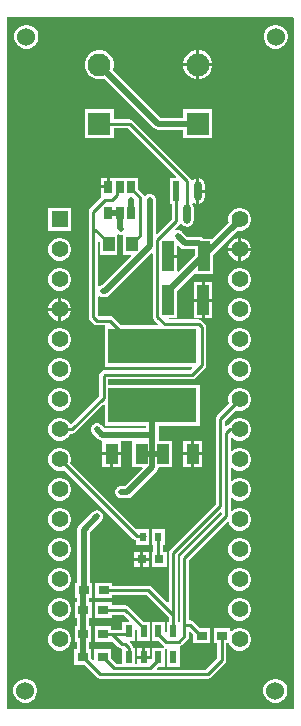
<source format=gbl>
G04*
G04 #@! TF.GenerationSoftware,Altium Limited,Altium Designer,23.1.1 (15)*
G04*
G04 Layer_Physical_Order=2*
G04 Layer_Color=16711680*
%FSLAX25Y25*%
%MOIN*%
G70*
G04*
G04 #@! TF.SameCoordinates,0BDBEAC4-C0BD-4DD4-8220-68B77C2E4246*
G04*
G04*
G04 #@! TF.FilePolarity,Positive*
G04*
G01*
G75*
%ADD12C,0.01000*%
%ADD13R,0.05567X0.05567*%
%ADD14C,0.05567*%
%ADD19C,0.02000*%
%ADD20R,0.07677X0.07677*%
%ADD21C,0.07677*%
%ADD22C,0.06000*%
%ADD23C,0.02000*%
%ADD24R,0.03937X0.09843*%
%ADD25R,0.29528X0.11811*%
%ADD26R,0.04352X0.06528*%
%ADD27R,0.03150X0.03150*%
%ADD28R,0.02362X0.04331*%
%ADD29R,0.03543X0.03150*%
%ADD30R,0.03937X0.04921*%
G04:AMPARAMS|DCode=31|XSize=65.3mil|YSize=24.68mil|CornerRadius=12.34mil|HoleSize=0mil|Usage=FLASHONLY|Rotation=270.000|XOffset=0mil|YOffset=0mil|HoleType=Round|Shape=RoundedRectangle|*
%AMROUNDEDRECTD31*
21,1,0.06530,0.00000,0,0,270.0*
21,1,0.04063,0.02468,0,0,270.0*
1,1,0.02468,0.00000,-0.02031*
1,1,0.02468,0.00000,0.02031*
1,1,0.02468,0.00000,0.02031*
1,1,0.02468,0.00000,-0.02031*
%
%ADD31ROUNDEDRECTD31*%
%ADD32R,0.02468X0.06530*%
%ADD33R,0.02756X0.03937*%
%ADD34R,0.02362X0.03150*%
G36*
X223800Y233300D02*
Y3000D01*
X128400D01*
X128100Y3124D01*
X128100Y233600D01*
X223500D01*
X223800Y233300D01*
D02*
G37*
%LPC*%
G36*
X218127Y231000D02*
X217073D01*
X216056Y230727D01*
X215144Y230201D01*
X214399Y229456D01*
X213873Y228544D01*
X213600Y227527D01*
Y226473D01*
X213873Y225456D01*
X214399Y224544D01*
X215144Y223799D01*
X216056Y223273D01*
X217073Y223000D01*
X218127D01*
X219144Y223273D01*
X220056Y223799D01*
X220801Y224544D01*
X221327Y225456D01*
X221600Y226473D01*
Y227527D01*
X221327Y228544D01*
X220801Y229456D01*
X220056Y230201D01*
X219144Y230727D01*
X218127Y231000D01*
D02*
G37*
G36*
X135027D02*
X133973D01*
X132956Y230727D01*
X132044Y230201D01*
X131299Y229456D01*
X130773Y228544D01*
X130500Y227527D01*
Y226473D01*
X130773Y225456D01*
X131299Y224544D01*
X132044Y223799D01*
X132956Y223273D01*
X133973Y223000D01*
X135027D01*
X136044Y223273D01*
X136956Y223799D01*
X137701Y224544D01*
X138227Y225456D01*
X138500Y226473D01*
Y227527D01*
X138227Y228544D01*
X137701Y229456D01*
X136956Y230201D01*
X136044Y230727D01*
X135027Y231000D01*
D02*
G37*
G36*
X192309Y222481D02*
X192172D01*
Y218143D01*
X196510D01*
Y218280D01*
X196181Y219510D01*
X195544Y220614D01*
X194643Y221514D01*
X193539Y222151D01*
X192309Y222481D01*
D02*
G37*
G36*
X191172D02*
X191035D01*
X189804Y222151D01*
X188701Y221514D01*
X187800Y220614D01*
X187163Y219510D01*
X186833Y218280D01*
Y218143D01*
X191172D01*
Y222481D01*
D02*
G37*
G36*
X196510Y217143D02*
X192172D01*
Y212804D01*
X192309D01*
X193539Y213134D01*
X194643Y213771D01*
X195544Y214671D01*
X196181Y215775D01*
X196510Y217005D01*
Y217143D01*
D02*
G37*
G36*
X191172D02*
X186833D01*
Y217005D01*
X187163Y215775D01*
X187800Y214671D01*
X188701Y213771D01*
X189804Y213134D01*
X191035Y212804D01*
X191172D01*
Y217143D01*
D02*
G37*
G36*
X159415Y222481D02*
X158141D01*
X156911Y222151D01*
X155807Y221514D01*
X154907Y220614D01*
X154270Y219510D01*
X153940Y218280D01*
Y217005D01*
X154270Y215775D01*
X154907Y214671D01*
X155807Y213771D01*
X156911Y213134D01*
X158141Y212804D01*
X159415D01*
X160455Y213082D01*
X177022Y196516D01*
X177683Y196073D01*
X178463Y195918D01*
X186833D01*
Y193119D01*
X196510D01*
Y202796D01*
X186833D01*
Y199997D01*
X179308D01*
X163338Y215966D01*
X163617Y217005D01*
Y218280D01*
X163287Y219510D01*
X162650Y220614D01*
X161749Y221514D01*
X160646Y222151D01*
X159415Y222481D01*
D02*
G37*
G36*
X161360Y179897D02*
X159482D01*
Y177429D01*
X161360D01*
Y179897D01*
D02*
G37*
G36*
X192202Y179771D02*
Y176061D01*
X193980D01*
Y177593D01*
X193807Y178464D01*
X193313Y179203D01*
X192574Y179697D01*
X192202Y179771D01*
D02*
G37*
G36*
X193980Y175062D02*
X192202D01*
Y171352D01*
X192574Y171426D01*
X193313Y171920D01*
X193807Y172659D01*
X193980Y173530D01*
Y175062D01*
D02*
G37*
G36*
X149435Y169949D02*
X141868D01*
Y162382D01*
X149435D01*
Y169949D01*
D02*
G37*
G36*
X163617Y202796D02*
X153940D01*
Y193119D01*
X163617D01*
Y196428D01*
X168246D01*
X184386Y180289D01*
X184195Y179827D01*
X182264D01*
Y171296D01*
X182968D01*
Y166119D01*
X178152Y161303D01*
X177690Y161495D01*
Y172600D01*
X177651Y172797D01*
Y172998D01*
X177574Y173183D01*
X177535Y173380D01*
X177424Y173547D01*
X177347Y173733D01*
X177205Y173875D01*
X177093Y174042D01*
X176926Y174153D01*
X176784Y174295D01*
X176599Y174372D01*
X176432Y174484D01*
X176235Y174523D01*
X176049Y174600D01*
X175848D01*
X175651Y174639D01*
X175454Y174600D01*
X175253D01*
X175068Y174523D01*
X174871Y174484D01*
X174704Y174372D01*
X174518Y174295D01*
X174376Y174153D01*
X174209Y174042D01*
X174164Y173974D01*
X173698Y174022D01*
X173603Y174087D01*
X173300Y174542D01*
X171718Y176123D01*
Y179897D01*
X162360D01*
Y176929D01*
X161860D01*
Y176429D01*
X159482D01*
Y173960D01*
X159482Y173960D01*
X159482D01*
X159437Y173479D01*
X155722Y169764D01*
X155390Y169268D01*
X155274Y168682D01*
Y162637D01*
Y133588D01*
X155390Y133003D01*
X155722Y132507D01*
X156928Y131301D01*
X157424Y130970D01*
X158009Y130853D01*
X160280D01*
X160736Y130748D01*
Y116937D01*
X189569D01*
X189760Y116475D01*
X189149Y115864D01*
X160822D01*
X160237Y115748D01*
X159741Y115416D01*
X159155Y114831D01*
X158823Y114334D01*
X158707Y113749D01*
Y107318D01*
X149408Y98019D01*
X148912Y98084D01*
X148679Y98488D01*
X147974Y99193D01*
X147112Y99691D01*
X146149Y99949D01*
X145153D01*
X144191Y99691D01*
X143328Y99193D01*
X142624Y98488D01*
X142126Y97626D01*
X141868Y96663D01*
Y95667D01*
X142126Y94705D01*
X142624Y93842D01*
X143328Y93138D01*
X144191Y92640D01*
X145153Y92382D01*
X146149D01*
X147112Y92640D01*
X147974Y93138D01*
X148679Y93842D01*
X149137Y94636D01*
X149717D01*
X150303Y94752D01*
X150799Y95084D01*
X160274Y104559D01*
X160736Y104368D01*
Y97252D01*
X174461D01*
Y96423D01*
X160635D01*
X159451Y97607D01*
X159284Y97719D01*
X159142Y97861D01*
X158956Y97938D01*
X158789Y98049D01*
X158592Y98089D01*
X158407Y98165D01*
X158206D01*
X158009Y98204D01*
X157812Y98165D01*
X157611D01*
X157425Y98089D01*
X157229Y98049D01*
X157062Y97938D01*
X156876Y97861D01*
X156734Y97719D01*
X156567Y97607D01*
X156455Y97440D01*
X156313Y97298D01*
X156237Y97113D01*
X156125Y96946D01*
X156086Y96749D01*
X156009Y96563D01*
Y96362D01*
X155970Y96165D01*
X156009Y95968D01*
Y95767D01*
X156086Y95582D01*
X156125Y95385D01*
X156237Y95218D01*
X156313Y95032D01*
X156455Y94890D01*
X156567Y94723D01*
X158349Y92942D01*
X159010Y92500D01*
X159354Y92431D01*
X159778Y92248D01*
X159778Y91850D01*
Y88484D01*
X162954D01*
X166130D01*
Y91845D01*
X166130Y92248D01*
X166590Y92345D01*
X169368D01*
X169828Y92248D01*
Y83719D01*
X173082D01*
X173274Y83258D01*
X167255Y77239D01*
X166100D01*
X165903Y77200D01*
X165702D01*
X165517Y77123D01*
X165320Y77084D01*
X165153Y76972D01*
X164967Y76895D01*
X164825Y76753D01*
X164658Y76642D01*
X164547Y76475D01*
X164404Y76333D01*
X164328Y76147D01*
X164216Y75980D01*
X164177Y75783D01*
X164100Y75598D01*
Y75397D01*
X164061Y75200D01*
X164100Y75003D01*
Y74802D01*
X164177Y74617D01*
X164216Y74420D01*
X164328Y74253D01*
X164404Y74067D01*
X164547Y73925D01*
X164658Y73758D01*
X164825Y73646D01*
X164967Y73505D01*
X165153Y73428D01*
X165320Y73316D01*
X165517Y73277D01*
X165702Y73200D01*
X165903D01*
X166100Y73161D01*
X168100D01*
X168880Y73316D01*
X169542Y73758D01*
X177942Y82158D01*
X178384Y82820D01*
X178539Y83600D01*
Y83719D01*
X183108D01*
Y92248D01*
X178539D01*
Y97252D01*
X192264D01*
Y111063D01*
X161766D01*
Y112805D01*
X189783D01*
X190368Y112922D01*
X190864Y113253D01*
X194037Y116426D01*
X194368Y116922D01*
X194484Y117507D01*
Y130178D01*
X194368Y130763D01*
X194037Y131260D01*
X192966Y132329D01*
X192470Y132661D01*
X191885Y132777D01*
X181680D01*
X181670Y132792D01*
X181938Y133292D01*
X184595D01*
Y142251D01*
X190352Y148009D01*
X190665Y147879D01*
Y147879D01*
X196602D01*
Y154009D01*
X205013Y162419D01*
X205153Y162382D01*
X206149D01*
X207112Y162640D01*
X207974Y163138D01*
X208679Y163842D01*
X209177Y164705D01*
X209435Y165667D01*
Y166663D01*
X209177Y167626D01*
X208679Y168488D01*
X207974Y169193D01*
X207112Y169691D01*
X206149Y169949D01*
X205153D01*
X204191Y169691D01*
X203328Y169193D01*
X202624Y168488D01*
X202126Y167626D01*
X201868Y166663D01*
Y165667D01*
X202000Y165174D01*
X196547Y159721D01*
X193520D01*
X192946Y160105D01*
X192165Y160260D01*
X188150D01*
X186399Y162012D01*
X186232Y162123D01*
X186090Y162265D01*
X185904Y162342D01*
X185737Y162454D01*
X185540Y162493D01*
X185355Y162570D01*
X185154D01*
X184957Y162609D01*
X184760Y162570D01*
X184559D01*
X184374Y162493D01*
X184129Y162954D01*
X185579Y164404D01*
X185675Y164548D01*
X186276D01*
X186489Y164229D01*
X187228Y163735D01*
X188100Y163562D01*
X188972Y163735D01*
X189710Y164229D01*
X190204Y164968D01*
X190378Y165840D01*
Y169902D01*
X190204Y170774D01*
X189842Y171316D01*
X189885Y171456D01*
X190472Y171665D01*
X190831Y171426D01*
X191202Y171352D01*
Y175561D01*
Y179771D01*
X190831Y179697D01*
X190092Y179203D01*
X190057Y179151D01*
X189526Y179257D01*
X189513Y179323D01*
X189181Y179819D01*
X169961Y199039D01*
X169465Y199371D01*
X168880Y199487D01*
X163617D01*
Y202796D01*
D02*
G37*
G36*
X206151Y159948D02*
Y156665D01*
X209434D01*
X209177Y157626D01*
X208679Y158488D01*
X207974Y159193D01*
X207112Y159691D01*
X206151Y159948D01*
D02*
G37*
G36*
X205151D02*
X204191Y159691D01*
X203328Y159193D01*
X202624Y158488D01*
X202126Y157626D01*
X201868Y156665D01*
X205151D01*
Y159948D01*
D02*
G37*
G36*
X209434Y155665D02*
X206151D01*
Y152382D01*
X207112Y152640D01*
X207974Y153138D01*
X208679Y153842D01*
X209177Y154705D01*
X209434Y155665D01*
D02*
G37*
G36*
X205151D02*
X201868D01*
X202126Y154705D01*
X202624Y153842D01*
X203328Y153138D01*
X204191Y152640D01*
X205151Y152382D01*
Y155665D01*
D02*
G37*
G36*
X146149Y159949D02*
X145153D01*
X144191Y159691D01*
X143328Y159193D01*
X142624Y158488D01*
X142126Y157626D01*
X141868Y156663D01*
Y155667D01*
X142126Y154705D01*
X142624Y153842D01*
X143328Y153138D01*
X144191Y152640D01*
X145153Y152382D01*
X146149D01*
X147112Y152640D01*
X147974Y153138D01*
X148679Y153842D01*
X149177Y154705D01*
X149435Y155667D01*
Y156663D01*
X149177Y157626D01*
X148679Y158488D01*
X147974Y159193D01*
X147112Y159691D01*
X146149Y159949D01*
D02*
G37*
G36*
X206149Y149949D02*
X205153D01*
X204191Y149691D01*
X203328Y149193D01*
X202624Y148488D01*
X202126Y147626D01*
X201868Y146663D01*
Y145667D01*
X202126Y144705D01*
X202624Y143842D01*
X203328Y143138D01*
X204191Y142640D01*
X205153Y142382D01*
X206149D01*
X207112Y142640D01*
X207974Y143138D01*
X208679Y143842D01*
X209177Y144705D01*
X209435Y145667D01*
Y146663D01*
X209177Y147626D01*
X208679Y148488D01*
X207974Y149193D01*
X207112Y149691D01*
X206149Y149949D01*
D02*
G37*
G36*
X146149D02*
X145153D01*
X144191Y149691D01*
X143328Y149193D01*
X142624Y148488D01*
X142126Y147626D01*
X141868Y146663D01*
Y145667D01*
X142126Y144705D01*
X142624Y143842D01*
X143328Y143138D01*
X144191Y142640D01*
X145153Y142382D01*
X146149D01*
X147112Y142640D01*
X147974Y143138D01*
X148679Y143842D01*
X149177Y144705D01*
X149435Y145667D01*
Y146663D01*
X149177Y147626D01*
X148679Y148488D01*
X147974Y149193D01*
X147112Y149691D01*
X146149Y149949D01*
D02*
G37*
G36*
X196405Y145135D02*
X193937D01*
Y139714D01*
X196405D01*
Y145135D01*
D02*
G37*
G36*
X192937D02*
X190469D01*
Y139714D01*
X192937D01*
Y145135D01*
D02*
G37*
G36*
X146151Y139948D02*
Y136665D01*
X149434D01*
X149177Y137626D01*
X148679Y138488D01*
X147974Y139193D01*
X147112Y139691D01*
X146151Y139948D01*
D02*
G37*
G36*
X145151D02*
X144191Y139691D01*
X143328Y139193D01*
X142624Y138488D01*
X142126Y137626D01*
X141868Y136665D01*
X145151D01*
Y139948D01*
D02*
G37*
G36*
X196405Y138714D02*
X193937D01*
Y133292D01*
X196405D01*
Y138714D01*
D02*
G37*
G36*
X192937D02*
X190469D01*
Y133292D01*
X192937D01*
Y138714D01*
D02*
G37*
G36*
X149434Y135665D02*
X146151D01*
Y132382D01*
X147112Y132640D01*
X147974Y133138D01*
X148679Y133842D01*
X149177Y134705D01*
X149434Y135665D01*
D02*
G37*
G36*
X145151D02*
X141868D01*
X142126Y134705D01*
X142624Y133842D01*
X143328Y133138D01*
X144191Y132640D01*
X145151Y132382D01*
Y135665D01*
D02*
G37*
G36*
X206149Y139949D02*
X205153D01*
X204191Y139691D01*
X203328Y139193D01*
X202624Y138488D01*
X202126Y137626D01*
X201868Y136663D01*
Y135667D01*
X202126Y134705D01*
X202624Y133842D01*
X203328Y133138D01*
X204191Y132640D01*
X205153Y132382D01*
X206149D01*
X207112Y132640D01*
X207974Y133138D01*
X208679Y133842D01*
X209177Y134705D01*
X209435Y135667D01*
Y136663D01*
X209177Y137626D01*
X208679Y138488D01*
X207974Y139193D01*
X207112Y139691D01*
X206149Y139949D01*
D02*
G37*
G36*
Y129949D02*
X205153D01*
X204191Y129691D01*
X203328Y129193D01*
X202624Y128488D01*
X202126Y127626D01*
X201868Y126663D01*
Y125667D01*
X202126Y124705D01*
X202624Y123842D01*
X203328Y123138D01*
X204191Y122640D01*
X205153Y122382D01*
X206149D01*
X207112Y122640D01*
X207974Y123138D01*
X208679Y123842D01*
X209177Y124705D01*
X209435Y125667D01*
Y126663D01*
X209177Y127626D01*
X208679Y128488D01*
X207974Y129193D01*
X207112Y129691D01*
X206149Y129949D01*
D02*
G37*
G36*
X146149D02*
X145153D01*
X144191Y129691D01*
X143328Y129193D01*
X142624Y128488D01*
X142126Y127626D01*
X141868Y126663D01*
Y125667D01*
X142126Y124705D01*
X142624Y123842D01*
X143328Y123138D01*
X144191Y122640D01*
X145153Y122382D01*
X146149D01*
X147112Y122640D01*
X147974Y123138D01*
X148679Y123842D01*
X149177Y124705D01*
X149435Y125667D01*
Y126663D01*
X149177Y127626D01*
X148679Y128488D01*
X147974Y129193D01*
X147112Y129691D01*
X146149Y129949D01*
D02*
G37*
G36*
X206149Y119949D02*
X205153D01*
X204191Y119691D01*
X203328Y119193D01*
X202624Y118488D01*
X202126Y117626D01*
X201868Y116663D01*
Y115667D01*
X202126Y114705D01*
X202624Y113842D01*
X203328Y113138D01*
X204191Y112640D01*
X205153Y112382D01*
X206149D01*
X207112Y112640D01*
X207974Y113138D01*
X208679Y113842D01*
X209177Y114705D01*
X209435Y115667D01*
Y116663D01*
X209177Y117626D01*
X208679Y118488D01*
X207974Y119193D01*
X207112Y119691D01*
X206149Y119949D01*
D02*
G37*
G36*
X146149D02*
X145153D01*
X144191Y119691D01*
X143328Y119193D01*
X142624Y118488D01*
X142126Y117626D01*
X141868Y116663D01*
Y115667D01*
X142126Y114705D01*
X142624Y113842D01*
X143328Y113138D01*
X144191Y112640D01*
X145153Y112382D01*
X146149D01*
X147112Y112640D01*
X147974Y113138D01*
X148679Y113842D01*
X149177Y114705D01*
X149435Y115667D01*
Y116663D01*
X149177Y117626D01*
X148679Y118488D01*
X147974Y119193D01*
X147112Y119691D01*
X146149Y119949D01*
D02*
G37*
G36*
X206149Y109949D02*
X205153D01*
X204191Y109691D01*
X203328Y109193D01*
X202624Y108488D01*
X202126Y107626D01*
X201868Y106663D01*
Y105667D01*
X202105Y104782D01*
X198026Y100703D01*
X197694Y100206D01*
X197578Y99621D01*
Y71241D01*
X182349Y56012D01*
X182018Y55516D01*
X181901Y54931D01*
Y38473D01*
X181439Y38282D01*
X176240Y43481D01*
X175743Y43813D01*
X175158Y43929D01*
X163020D01*
Y44975D01*
X157476D01*
Y39825D01*
X163020D01*
Y40871D01*
X174525D01*
X181901Y33494D01*
Y32002D01*
X181250D01*
Y28466D01*
X180750Y28198D01*
X180691Y28238D01*
Y32002D01*
X176328D01*
Y25671D01*
X178528D01*
X180109Y24090D01*
X180142Y24068D01*
X180448Y23721D01*
X180338Y23340D01*
X180248Y23340D01*
X176328D01*
Y19576D01*
X176269Y19537D01*
X176011Y19675D01*
X171407D01*
Y18039D01*
X170848D01*
Y23340D01*
X170181D01*
X170080Y23847D01*
X169748Y24343D01*
X168920Y25171D01*
X169128Y25671D01*
X170848D01*
Y29207D01*
X171348Y29474D01*
X171407Y29435D01*
Y25671D01*
X175769D01*
Y32002D01*
X173570D01*
X168591Y36980D01*
X168095Y37312D01*
X167510Y37428D01*
X162921D01*
Y38474D01*
X157378D01*
Y33324D01*
X162921D01*
Y34370D01*
X166876D01*
X168782Y32464D01*
X168591Y32002D01*
X166486D01*
Y29381D01*
X162823D01*
Y30427D01*
X157280D01*
Y25277D01*
X162823D01*
Y25277D01*
X163191Y25430D01*
X165197Y23424D01*
X165693Y23093D01*
X166278Y22976D01*
X166486D01*
Y18039D01*
X164444D01*
X162720Y19763D01*
Y22750D01*
X157176D01*
Y19267D01*
X156714Y19075D01*
X156027Y19763D01*
Y22750D01*
X155294D01*
Y25277D01*
X156130D01*
Y30427D01*
X155294D01*
Y33324D01*
X156228D01*
Y38474D01*
X155294D01*
Y39825D01*
X156327D01*
Y44975D01*
X155594D01*
Y61809D01*
X159451Y65665D01*
X159562Y65832D01*
X159704Y65974D01*
X159781Y66160D01*
X159893Y66327D01*
X159932Y66524D01*
X160009Y66709D01*
Y66910D01*
X160048Y67107D01*
X160009Y67304D01*
Y67505D01*
X159932Y67690D01*
X159893Y67887D01*
X159781Y68054D01*
X159704Y68240D01*
X159562Y68382D01*
X159451Y68549D01*
X159284Y68661D01*
X159142Y68803D01*
X158956Y68879D01*
X158789Y68991D01*
X158592Y69030D01*
X158407Y69107D01*
X158206D01*
X158009Y69146D01*
X157812Y69107D01*
X157611D01*
X157425Y69030D01*
X157229Y68991D01*
X157062Y68879D01*
X156876Y68803D01*
X156734Y68661D01*
X156567Y68549D01*
X152113Y64095D01*
X151671Y63434D01*
X151516Y62653D01*
Y44975D01*
X150784D01*
Y39825D01*
X151216D01*
Y38474D01*
X150685D01*
Y33324D01*
X151216D01*
Y30427D01*
X150587D01*
Y25277D01*
X151216D01*
Y22750D01*
X150484D01*
Y17600D01*
X153864D01*
X158036Y13428D01*
X158532Y13097D01*
X159117Y12980D01*
X195010D01*
X195595Y13097D01*
X196091Y13428D01*
X200729Y18067D01*
X201061Y18563D01*
X201177Y19148D01*
Y24769D01*
X202108D01*
X202126Y24705D01*
X202624Y23842D01*
X203328Y23138D01*
X204191Y22640D01*
X205153Y22382D01*
X206149D01*
X207112Y22640D01*
X207974Y23138D01*
X208679Y23842D01*
X209177Y24705D01*
X209435Y25667D01*
Y26664D01*
X209177Y27626D01*
X208679Y28488D01*
X207974Y29193D01*
X207112Y29691D01*
X206149Y29949D01*
X205153D01*
X204191Y29691D01*
X203328Y29193D01*
X202920Y28784D01*
X202420Y28992D01*
Y29918D01*
X196876D01*
Y24769D01*
X198119D01*
Y19782D01*
X194376Y16039D01*
X178174D01*
X177983Y16501D01*
X178491Y17010D01*
X180691D01*
X180691Y22781D01*
X181071Y23139D01*
X181191Y23166D01*
X181250Y23121D01*
Y17010D01*
X185612D01*
Y23207D01*
X185612Y23340D01*
X185813Y23757D01*
X185818Y23758D01*
X186315Y24090D01*
X188281Y26056D01*
X188613Y26553D01*
X188729Y27138D01*
Y28556D01*
X189191Y28748D01*
X190183Y27755D01*
Y24769D01*
X195727D01*
Y29918D01*
X192346D01*
X190261Y32004D01*
X189765Y32335D01*
X189180Y32452D01*
X188729D01*
Y52566D01*
X201451Y65289D01*
X202009Y65139D01*
X202126Y64705D01*
X202624Y63842D01*
X203328Y63138D01*
X204191Y62640D01*
X205153Y62382D01*
X206149D01*
X207112Y62640D01*
X207974Y63138D01*
X208679Y63842D01*
X209177Y64705D01*
X209435Y65667D01*
Y66663D01*
X209177Y67626D01*
X208679Y68489D01*
X207974Y69193D01*
X207112Y69691D01*
X206149Y69949D01*
X205153D01*
X204191Y69691D01*
X203328Y69193D01*
X203098Y68963D01*
X202636Y69155D01*
Y73176D01*
X203098Y73368D01*
X203328Y73138D01*
X204191Y72640D01*
X205153Y72382D01*
X206149D01*
X207112Y72640D01*
X207974Y73138D01*
X208679Y73842D01*
X209177Y74705D01*
X209435Y75667D01*
Y76664D01*
X209177Y77626D01*
X208679Y78488D01*
X207974Y79193D01*
X207112Y79691D01*
X206149Y79949D01*
X205153D01*
X204191Y79691D01*
X203328Y79193D01*
X203098Y78963D01*
X202636Y79154D01*
Y83176D01*
X203098Y83368D01*
X203328Y83138D01*
X204191Y82640D01*
X205153Y82382D01*
X206149D01*
X207112Y82640D01*
X207974Y83138D01*
X208679Y83842D01*
X209177Y84705D01*
X209435Y85667D01*
Y86664D01*
X209177Y87626D01*
X208679Y88489D01*
X207974Y89193D01*
X207112Y89691D01*
X206149Y89949D01*
X205153D01*
X204191Y89691D01*
X203328Y89193D01*
X203098Y88963D01*
X202636Y89154D01*
Y93176D01*
X203098Y93367D01*
X203328Y93138D01*
X204191Y92640D01*
X205153Y92382D01*
X206149D01*
X207112Y92640D01*
X207974Y93138D01*
X208679Y93842D01*
X209177Y94705D01*
X209435Y95667D01*
Y96663D01*
X209177Y97626D01*
X208679Y98488D01*
X207974Y99193D01*
X207112Y99691D01*
X206149Y99949D01*
X205153D01*
X204191Y99691D01*
X203328Y99193D01*
X202624Y98488D01*
X202156Y97679D01*
X201649Y97578D01*
X201152Y97247D01*
X201098Y97193D01*
X200636Y97384D01*
Y98988D01*
X204268Y102619D01*
X205153Y102382D01*
X206149D01*
X207112Y102640D01*
X207974Y103138D01*
X208679Y103842D01*
X209177Y104705D01*
X209435Y105667D01*
Y106663D01*
X209177Y107626D01*
X208679Y108488D01*
X207974Y109193D01*
X207112Y109691D01*
X206149Y109949D01*
D02*
G37*
G36*
X146149D02*
X145153D01*
X144191Y109691D01*
X143328Y109193D01*
X142624Y108488D01*
X142126Y107626D01*
X141868Y106663D01*
Y105667D01*
X142126Y104705D01*
X142624Y103842D01*
X143328Y103138D01*
X144191Y102640D01*
X145153Y102382D01*
X146149D01*
X147112Y102640D01*
X147974Y103138D01*
X148679Y103842D01*
X149177Y104705D01*
X149435Y105667D01*
Y106663D01*
X149177Y107626D01*
X148679Y108488D01*
X147974Y109193D01*
X147112Y109691D01*
X146149Y109949D01*
D02*
G37*
G36*
X193158Y92248D02*
X190482D01*
Y88484D01*
X193158D01*
Y92248D01*
D02*
G37*
G36*
X189482D02*
X186806D01*
Y88484D01*
X189482D01*
Y92248D01*
D02*
G37*
G36*
X193158Y87484D02*
X190482D01*
Y83719D01*
X193158D01*
Y87484D01*
D02*
G37*
G36*
X189482D02*
X186806D01*
Y83719D01*
X189482D01*
Y87484D01*
D02*
G37*
G36*
X166130Y87484D02*
X163454D01*
Y83719D01*
X166130D01*
Y87484D01*
D02*
G37*
G36*
X162454D02*
X159778D01*
Y83719D01*
X162454D01*
Y87484D01*
D02*
G37*
G36*
X146149Y79949D02*
X145153D01*
X144191Y79691D01*
X143328Y79193D01*
X142624Y78488D01*
X142126Y77626D01*
X141868Y76664D01*
Y75667D01*
X142126Y74705D01*
X142624Y73842D01*
X143328Y73138D01*
X144191Y72640D01*
X145153Y72382D01*
X146149D01*
X147112Y72640D01*
X147974Y73138D01*
X148679Y73842D01*
X149177Y74705D01*
X149435Y75667D01*
Y76664D01*
X149177Y77626D01*
X148679Y78488D01*
X147974Y79193D01*
X147112Y79691D01*
X146149Y79949D01*
D02*
G37*
G36*
Y69949D02*
X145153D01*
X144191Y69691D01*
X143328Y69193D01*
X142624Y68489D01*
X142126Y67626D01*
X141868Y66663D01*
Y65667D01*
X142126Y64705D01*
X142624Y63842D01*
X143328Y63138D01*
X144191Y62640D01*
X145153Y62382D01*
X146149D01*
X147112Y62640D01*
X147974Y63138D01*
X148679Y63842D01*
X149177Y64705D01*
X149435Y65667D01*
Y66663D01*
X149177Y67626D01*
X148679Y68489D01*
X147974Y69193D01*
X147112Y69691D01*
X146149Y69949D01*
D02*
G37*
G36*
Y89949D02*
X145153D01*
X144191Y89691D01*
X143328Y89193D01*
X142624Y88489D01*
X142126Y87626D01*
X141868Y86664D01*
Y85667D01*
X142126Y84705D01*
X142624Y83842D01*
X143328Y83138D01*
X144191Y82640D01*
X145153Y82382D01*
X146149D01*
X147035Y82619D01*
X170163Y59490D01*
X170660Y59159D01*
X171088Y59073D01*
Y57731D01*
X175450D01*
Y60472D01*
X175470Y60572D01*
X175450Y60672D01*
Y62880D01*
X171099D01*
X149197Y84782D01*
X149435Y85667D01*
Y86664D01*
X149177Y87626D01*
X148679Y88489D01*
X147974Y89193D01*
X147112Y89691D01*
X146149Y89949D01*
D02*
G37*
G36*
X175450Y55345D02*
X173376D01*
Y53271D01*
X175450D01*
Y55345D01*
D02*
G37*
G36*
X172376D02*
X170301D01*
Y53271D01*
X172376D01*
Y55345D01*
D02*
G37*
G36*
X206149Y59949D02*
X205153D01*
X204191Y59691D01*
X203328Y59193D01*
X202624Y58489D01*
X202126Y57626D01*
X201868Y56664D01*
Y55667D01*
X202126Y54705D01*
X202624Y53842D01*
X203328Y53138D01*
X204191Y52640D01*
X205153Y52382D01*
X206149D01*
X207112Y52640D01*
X207974Y53138D01*
X208679Y53842D01*
X209177Y54705D01*
X209435Y55667D01*
Y56664D01*
X209177Y57626D01*
X208679Y58489D01*
X207974Y59193D01*
X207112Y59691D01*
X206149Y59949D01*
D02*
G37*
G36*
X146149D02*
X145153D01*
X144191Y59691D01*
X143328Y59193D01*
X142624Y58489D01*
X142126Y57626D01*
X141868Y56664D01*
Y55667D01*
X142126Y54705D01*
X142624Y53842D01*
X143328Y53138D01*
X144191Y52640D01*
X145153Y52382D01*
X146149D01*
X147112Y52640D01*
X147974Y53138D01*
X148679Y53842D01*
X149177Y54705D01*
X149435Y55667D01*
Y56664D01*
X149177Y57626D01*
X148679Y58489D01*
X147974Y59193D01*
X147112Y59691D01*
X146149Y59949D01*
D02*
G37*
G36*
X180569Y62880D02*
X176206D01*
Y57731D01*
X176858D01*
Y55345D01*
X176206D01*
Y50196D01*
X181356D01*
Y55345D01*
X179917D01*
Y57731D01*
X180569D01*
Y62880D01*
D02*
G37*
G36*
X175450Y52271D02*
X173376D01*
Y50196D01*
X175450D01*
Y52271D01*
D02*
G37*
G36*
X172376D02*
X170301D01*
Y50196D01*
X172376D01*
Y52271D01*
D02*
G37*
G36*
X206149Y49949D02*
X205153D01*
X204191Y49691D01*
X203328Y49193D01*
X202624Y48489D01*
X202126Y47626D01*
X201868Y46663D01*
Y45667D01*
X202126Y44705D01*
X202624Y43842D01*
X203328Y43138D01*
X204191Y42640D01*
X205153Y42382D01*
X206149D01*
X207112Y42640D01*
X207974Y43138D01*
X208679Y43842D01*
X209177Y44705D01*
X209435Y45667D01*
Y46663D01*
X209177Y47626D01*
X208679Y48489D01*
X207974Y49193D01*
X207112Y49691D01*
X206149Y49949D01*
D02*
G37*
G36*
X146149D02*
X145153D01*
X144191Y49691D01*
X143328Y49193D01*
X142624Y48489D01*
X142126Y47626D01*
X141868Y46663D01*
Y45667D01*
X142126Y44705D01*
X142624Y43842D01*
X143328Y43138D01*
X144191Y42640D01*
X145153Y42382D01*
X146149D01*
X147112Y42640D01*
X147974Y43138D01*
X148679Y43842D01*
X149177Y44705D01*
X149435Y45667D01*
Y46663D01*
X149177Y47626D01*
X148679Y48489D01*
X147974Y49193D01*
X147112Y49691D01*
X146149Y49949D01*
D02*
G37*
G36*
X206149Y39949D02*
X205153D01*
X204191Y39691D01*
X203328Y39193D01*
X202624Y38489D01*
X202126Y37626D01*
X201868Y36663D01*
Y35667D01*
X202126Y34705D01*
X202624Y33842D01*
X203328Y33138D01*
X204191Y32640D01*
X205153Y32382D01*
X206149D01*
X207112Y32640D01*
X207974Y33138D01*
X208679Y33842D01*
X209177Y34705D01*
X209435Y35667D01*
Y36663D01*
X209177Y37626D01*
X208679Y38489D01*
X207974Y39193D01*
X207112Y39691D01*
X206149Y39949D01*
D02*
G37*
G36*
X146149D02*
X145153D01*
X144191Y39691D01*
X143328Y39193D01*
X142624Y38489D01*
X142126Y37626D01*
X141868Y36663D01*
Y35667D01*
X142126Y34705D01*
X142624Y33842D01*
X143328Y33138D01*
X144191Y32640D01*
X145153Y32382D01*
X146149D01*
X147112Y32640D01*
X147974Y33138D01*
X148679Y33842D01*
X149177Y34705D01*
X149435Y35667D01*
Y36663D01*
X149177Y37626D01*
X148679Y38489D01*
X147974Y39193D01*
X147112Y39691D01*
X146149Y39949D01*
D02*
G37*
G36*
Y29949D02*
X145153D01*
X144191Y29691D01*
X143328Y29193D01*
X142624Y28488D01*
X142126Y27626D01*
X141868Y26664D01*
Y25667D01*
X142126Y24705D01*
X142624Y23842D01*
X143328Y23138D01*
X144191Y22640D01*
X145153Y22382D01*
X146149D01*
X147112Y22640D01*
X147974Y23138D01*
X148679Y23842D01*
X149177Y24705D01*
X149435Y25667D01*
Y26664D01*
X149177Y27626D01*
X148679Y28488D01*
X147974Y29193D01*
X147112Y29691D01*
X146149Y29949D01*
D02*
G37*
G36*
X175769Y23340D02*
X174088D01*
Y20675D01*
X175769D01*
Y23340D01*
D02*
G37*
G36*
X173088D02*
X171407D01*
Y20675D01*
X173088D01*
Y23340D01*
D02*
G37*
G36*
X218027Y13000D02*
X216973D01*
X215956Y12727D01*
X215044Y12201D01*
X214299Y11456D01*
X213773Y10544D01*
X213500Y9527D01*
Y8473D01*
X213773Y7456D01*
X214299Y6544D01*
X215044Y5799D01*
X215956Y5273D01*
X216973Y5000D01*
X218027D01*
X219044Y5273D01*
X219956Y5799D01*
X220701Y6544D01*
X221227Y7456D01*
X221500Y8473D01*
Y9527D01*
X221227Y10544D01*
X220701Y11456D01*
X219956Y12201D01*
X219044Y12727D01*
X218027Y13000D01*
D02*
G37*
G36*
X134627D02*
X133573D01*
X132556Y12727D01*
X131644Y12201D01*
X130899Y11456D01*
X130373Y10544D01*
X130100Y9527D01*
Y8473D01*
X130373Y7456D01*
X130899Y6544D01*
X131644Y5799D01*
X132556Y5273D01*
X133573Y5000D01*
X134627D01*
X135644Y5273D01*
X136556Y5799D01*
X137301Y6544D01*
X137827Y7456D01*
X138100Y8473D01*
Y9527D01*
X137827Y10544D01*
X137301Y11456D01*
X136556Y12201D01*
X135644Y12727D01*
X134627Y13000D01*
D02*
G37*
%LPD*%
G36*
X165525Y161008D02*
X166321D01*
X166384Y161034D01*
X166800Y160757D01*
Y154321D01*
X169321D01*
X169512Y153859D01*
X159854Y144200D01*
X159602D01*
X158867Y143895D01*
X158794Y143823D01*
X158333Y144014D01*
Y158519D01*
X158833Y158786D01*
X158926Y158724D01*
Y154321D01*
X164863D01*
Y160741D01*
X165363Y161075D01*
X165525Y161008D01*
D02*
G37*
G36*
X185864Y156779D02*
X186525Y156337D01*
X187306Y156182D01*
X190665D01*
Y154089D01*
X185253Y148677D01*
X184791Y148869D01*
Y153300D01*
X181823D01*
Y154300D01*
X184791D01*
Y157199D01*
X185253Y157390D01*
X185864Y156779D01*
D02*
G37*
G36*
X176628Y154553D02*
Y133671D01*
X176744Y133086D01*
X177076Y132590D01*
X178456Y131210D01*
X178264Y130748D01*
X166026D01*
X163310Y133464D01*
X162814Y133795D01*
X162229Y133912D01*
X158642D01*
X158333Y134222D01*
Y140386D01*
X158794Y140577D01*
X158867Y140505D01*
X159602Y140200D01*
X160398D01*
X160444Y140219D01*
X160738Y140161D01*
X161518Y140316D01*
X162180Y140758D01*
X176166Y154745D01*
X176628Y154553D01*
D02*
G37*
G36*
X199578Y68261D02*
Y67740D01*
X186119Y54281D01*
X185787Y53785D01*
X185671Y53200D01*
Y32477D01*
X185612Y32002D01*
X184960D01*
Y34127D01*
Y54297D01*
X199116Y68453D01*
X199578Y68261D01*
D02*
G37*
D12*
X193634Y154098D02*
X193808D01*
X193558D02*
X193634D01*
Y156753D01*
Y153800D02*
Y154098D01*
X205651Y165942D02*
Y166165D01*
X181626Y139214D02*
Y142166D01*
X153452Y20175D02*
X159117Y14510D01*
X195010D02*
X199648Y19148D01*
X153255Y20175D02*
X153452D01*
X159117Y14510D02*
X195010D01*
X199648Y19148D02*
Y27344D01*
X145651Y86165D02*
X171245Y60572D01*
X173941D01*
X153255Y42100D02*
X153555Y42400D01*
X160000Y142200D02*
X160738D01*
X156803Y133588D02*
Y162637D01*
Y133588D02*
X158009Y132382D01*
X170768Y123843D02*
X176500D01*
X162229Y132382D02*
X170768Y123843D01*
X158009Y132382D02*
X162229D01*
X168880Y197958D02*
X188100Y178737D01*
Y167871D02*
Y178737D01*
X158778Y197958D02*
X168880D01*
X169232Y172594D02*
X169340D01*
X165762Y163170D02*
X165923Y163008D01*
X172218Y160723D02*
Y173460D01*
X169769Y158273D02*
X172218Y160723D01*
X169340Y176338D02*
X172218Y173460D01*
X165600Y168271D02*
X165762Y168110D01*
X178157Y159146D02*
X184498Y165486D01*
Y175561D01*
X178157Y133671D02*
Y159146D01*
X192165Y158221D02*
X193634Y156753D01*
X169769Y157781D02*
Y158273D01*
X178157Y133671D02*
X180580Y131248D01*
X192955Y117507D02*
Y130178D01*
X189783Y114335D02*
X192955Y117507D01*
X191885Y131248D02*
X192955Y130178D01*
X183431Y54931D02*
X199107Y70607D01*
Y99621D01*
X201107Y67107D02*
Y95038D01*
X199107Y99621D02*
X205651Y106165D01*
X178387Y53164D02*
X178781Y52771D01*
X178387Y53164D02*
Y60305D01*
X202234Y96165D02*
X205651D01*
X187200Y53200D02*
X201107Y67107D01*
Y95038D02*
X202234Y96165D01*
X183431Y34127D02*
Y54931D01*
X187200Y30922D02*
Y53200D01*
X156803Y162637D02*
Y168682D01*
X157531Y162637D02*
X161894Y158273D01*
X156803Y162637D02*
X157531D01*
X161894Y157781D02*
Y158273D01*
X169340Y176338D02*
Y176929D01*
X160236Y113749D02*
X160822Y114335D01*
X160236Y106684D02*
Y113749D01*
X160822Y114335D02*
X189783D01*
X156803Y168682D02*
X160721Y172600D01*
X149717Y96165D02*
X160236Y106684D01*
X145651Y96165D02*
X149717D01*
X180580Y131248D02*
X191885D01*
X160721Y172600D02*
X162999D01*
X164738Y174339D01*
Y176067D01*
X165600Y176929D01*
X162932Y27852D02*
X167986D01*
X160051D02*
X162932D01*
X168667Y20175D02*
Y23262D01*
X162932Y27852D02*
X166278Y24506D01*
X167423D01*
X168667Y23262D01*
X183431Y28836D02*
Y34127D01*
X160248Y42400D02*
X175158D01*
X183431Y34127D01*
X160150Y35899D02*
X167510D01*
X173588Y29821D01*
Y28836D02*
Y29821D01*
X168667Y28533D02*
Y28836D01*
X167986Y27852D02*
X168667Y28533D01*
X175828Y16510D02*
X178509Y19191D01*
X160145Y20175D02*
X163810Y16510D01*
X175828D01*
X178509Y19191D02*
Y20175D01*
X159948D02*
X160145D01*
X187200Y27138D02*
Y30922D01*
X189180D02*
X192758Y27344D01*
X187200Y30922D02*
X189180D01*
X192758Y27344D02*
X192955D01*
X185233Y25171D02*
X187200Y27138D01*
X178509Y27852D02*
X181191Y25171D01*
X178509Y27852D02*
Y28836D01*
X181191Y25171D02*
X185233D01*
D13*
X145651Y166165D02*
D03*
D14*
Y156165D02*
D03*
Y146165D02*
D03*
Y136165D02*
D03*
Y126165D02*
D03*
Y116165D02*
D03*
Y106165D02*
D03*
Y96165D02*
D03*
Y86165D02*
D03*
Y76165D02*
D03*
Y66165D02*
D03*
Y56165D02*
D03*
Y46165D02*
D03*
Y36165D02*
D03*
Y26165D02*
D03*
X205651D02*
D03*
Y36165D02*
D03*
Y46165D02*
D03*
Y56165D02*
D03*
Y66165D02*
D03*
Y76165D02*
D03*
Y86165D02*
D03*
Y96165D02*
D03*
Y106165D02*
D03*
Y116165D02*
D03*
Y126165D02*
D03*
Y136165D02*
D03*
Y146165D02*
D03*
Y156165D02*
D03*
Y166165D02*
D03*
D19*
X153255Y20175D02*
Y42100D01*
X181626Y142166D02*
X193558Y154098D01*
X193808D02*
X205651Y165942D01*
X166100Y75200D02*
X168100D01*
X176500Y83600D01*
X158009Y96165D02*
X159790Y94384D01*
X176500D01*
X172513Y88042D02*
X176500D01*
Y83600D02*
Y88042D01*
X153555Y62653D02*
X158009Y67107D01*
X153555Y42400D02*
Y62653D01*
X176500Y94384D02*
Y104157D01*
Y88042D02*
Y94384D01*
X169340Y168271D02*
Y172594D01*
X160738Y142200D02*
X175651Y157114D01*
Y172600D01*
X165762Y163170D02*
Y168110D01*
X161860Y168271D02*
X165600D01*
X184957Y160570D02*
X187306Y158221D01*
X192165D01*
X178463Y197958D02*
X191672D01*
X158778Y217642D02*
X178463Y197958D01*
X176500Y88042D02*
X179441D01*
D20*
X158778Y197958D02*
D03*
X191672D02*
D03*
D21*
X158778Y217642D02*
D03*
X191672D02*
D03*
D22*
X134500Y227000D02*
D03*
X217600D02*
D03*
X134100Y9000D02*
D03*
X217500D02*
D03*
D23*
X166100Y75200D02*
D03*
X158009Y96165D02*
D03*
Y67107D02*
D03*
X160000Y142200D02*
D03*
X175651Y172600D02*
D03*
X169232Y172594D02*
D03*
X165923Y163008D02*
D03*
X184957Y160570D02*
D03*
D24*
X193634Y153800D02*
D03*
X181823D02*
D03*
X181626Y139214D02*
D03*
X193437D02*
D03*
D25*
X176500Y104157D02*
D03*
Y123843D02*
D03*
D26*
X173004Y87984D02*
D03*
X162954D02*
D03*
X179932D02*
D03*
X189982D02*
D03*
D27*
X172876Y52771D02*
D03*
X178781D02*
D03*
D28*
X183431Y20175D02*
D03*
X178509D02*
D03*
X173588D02*
D03*
X168667D02*
D03*
Y28836D02*
D03*
X173588D02*
D03*
X178509D02*
D03*
X183431D02*
D03*
D29*
X160248Y42400D02*
D03*
X153555D02*
D03*
X160150Y35899D02*
D03*
X153457D02*
D03*
X160051Y27852D02*
D03*
X153358D02*
D03*
X153255Y20175D02*
D03*
X159948D02*
D03*
X199648Y27344D02*
D03*
X192955D02*
D03*
D30*
X161894Y157781D02*
D03*
X169769D02*
D03*
D31*
X188100Y167871D02*
D03*
X191702Y175561D02*
D03*
D32*
X184498D02*
D03*
D33*
X169340Y176929D02*
D03*
X165600D02*
D03*
X161860D02*
D03*
Y168271D02*
D03*
X165600D02*
D03*
X169340D02*
D03*
D34*
X173269Y60305D02*
D03*
X178387D02*
D03*
M02*

</source>
